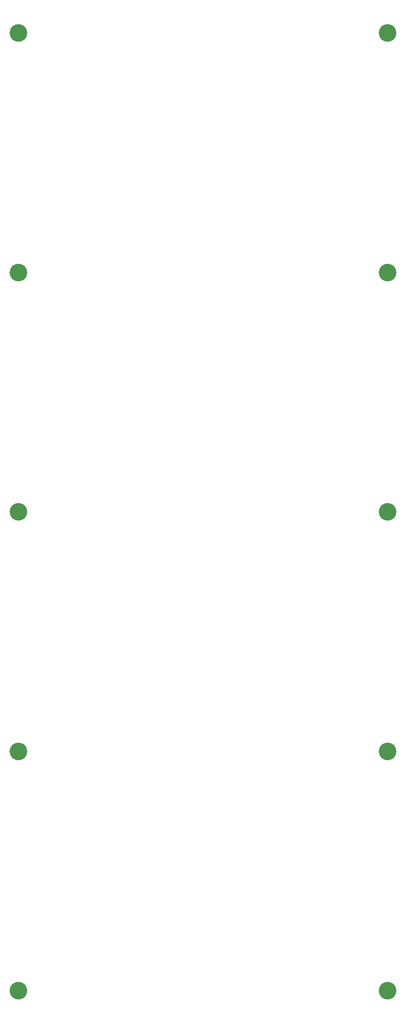
<source format=gbr>
%TF.GenerationSoftware,KiCad,Pcbnew,8.0.5+dfsg-1*%
%TF.CreationDate,2024-09-24T14:54:02+01:00*%
%TF.ProjectId,business card-generic-panel,62757369-6e65-4737-9320-636172642d67,rev?*%
%TF.SameCoordinates,Original*%
%TF.FileFunction,Paste,Top*%
%TF.FilePolarity,Positive*%
%FSLAX46Y46*%
G04 Gerber Fmt 4.6, Leading zero omitted, Abs format (unit mm)*
G04 Created by KiCad (PCBNEW 8.0.5+dfsg-1) date 2024-09-24 14:54:02*
%MOMM*%
%LPD*%
G01*
G04 APERTURE LIST*
%ADD10C,4.200000*%
G04 APERTURE END LIST*
D10*
%TO.C,REF\u002A\u002A*%
X142968000Y-138600000D03*
%TD*%
%TO.C,REF\u002A\u002A*%
X231200000Y-195800000D03*
%TD*%
%TO.C,REF\u002A\u002A*%
X231200000Y-253000000D03*
%TD*%
%TO.C,REF\u002A\u002A*%
X231200000Y-138600000D03*
%TD*%
%TO.C,REF\u002A\u002A*%
X231200000Y-24200000D03*
%TD*%
%TO.C,REF\u002A\u002A*%
X142968000Y-24200000D03*
%TD*%
%TO.C,REF\u002A\u002A*%
X142968000Y-195800000D03*
%TD*%
%TO.C,REF\u002A\u002A*%
X231200000Y-81400000D03*
%TD*%
%TO.C,REF\u002A\u002A*%
X142968000Y-253000000D03*
%TD*%
%TO.C,REF\u002A\u002A*%
X142968000Y-81400000D03*
%TD*%
M02*

</source>
